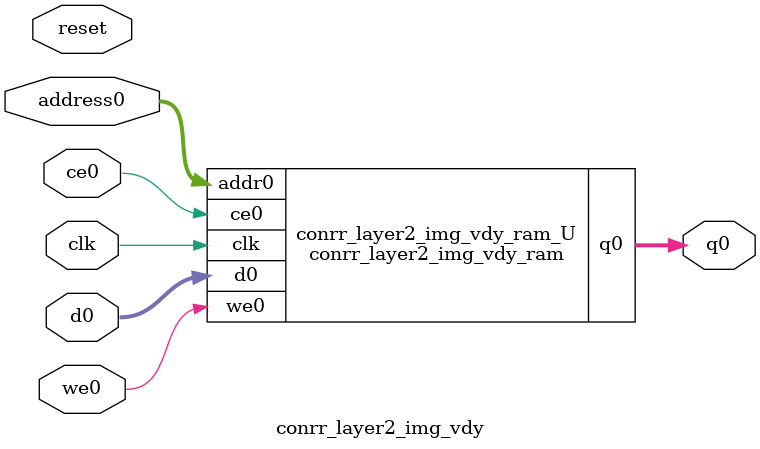
<source format=v>
`timescale 1 ns / 1 ps
module conrr_layer2_img_vdy_ram (addr0, ce0, d0, we0, q0,  clk);

parameter DWIDTH = 12;
parameter AWIDTH = 12;
parameter MEM_SIZE = 3584;

input[AWIDTH-1:0] addr0;
input ce0;
input[DWIDTH-1:0] d0;
input we0;
output reg[DWIDTH-1:0] q0;
input clk;

(* ram_style = "block" *)reg [DWIDTH-1:0] ram[0:MEM_SIZE-1];




always @(posedge clk)  
begin 
    if (ce0) 
    begin
        if (we0) 
        begin 
            ram[addr0] <= d0; 
        end 
        q0 <= ram[addr0];
    end
end


endmodule

`timescale 1 ns / 1 ps
module conrr_layer2_img_vdy(
    reset,
    clk,
    address0,
    ce0,
    we0,
    d0,
    q0);

parameter DataWidth = 32'd12;
parameter AddressRange = 32'd3584;
parameter AddressWidth = 32'd12;
input reset;
input clk;
input[AddressWidth - 1:0] address0;
input ce0;
input we0;
input[DataWidth - 1:0] d0;
output[DataWidth - 1:0] q0;



conrr_layer2_img_vdy_ram conrr_layer2_img_vdy_ram_U(
    .clk( clk ),
    .addr0( address0 ),
    .ce0( ce0 ),
    .we0( we0 ),
    .d0( d0 ),
    .q0( q0 ));

endmodule


</source>
